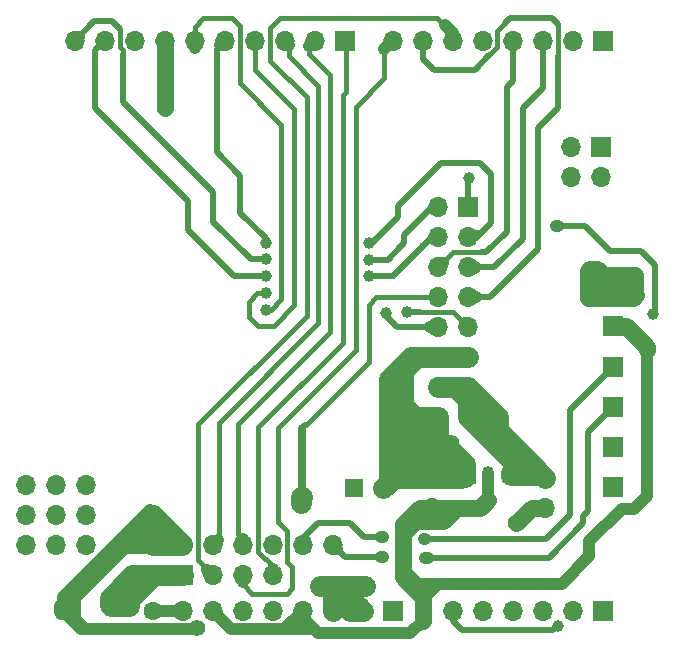
<source format=gbl>
%TF.GenerationSoftware,KiCad,Pcbnew,7.0.1*%
%TF.CreationDate,2023-06-16T17:14:34+02:00*%
%TF.ProjectId,Uno_shiefefefe - Copy,556e6f5f-7368-4696-9566-656665666520,rev?*%
%TF.SameCoordinates,Original*%
%TF.FileFunction,Copper,L2,Bot*%
%TF.FilePolarity,Positive*%
%FSLAX46Y46*%
G04 Gerber Fmt 4.6, Leading zero omitted, Abs format (unit mm)*
G04 Created by KiCad (PCBNEW 7.0.1) date 2023-06-16 17:14:34*
%MOMM*%
%LPD*%
G01*
G04 APERTURE LIST*
%TA.AperFunction,ComponentPad*%
%ADD10R,1.700000X1.700000*%
%TD*%
%TA.AperFunction,ComponentPad*%
%ADD11O,1.700000X1.700000*%
%TD*%
%TA.AperFunction,ComponentPad*%
%ADD12R,1.050000X1.500000*%
%TD*%
%TA.AperFunction,ComponentPad*%
%ADD13O,1.050000X1.500000*%
%TD*%
%TA.AperFunction,ComponentPad*%
%ADD14R,1.600000X1.600000*%
%TD*%
%TA.AperFunction,ComponentPad*%
%ADD15C,1.600000*%
%TD*%
%TA.AperFunction,ComponentPad*%
%ADD16O,1.600000X1.600000*%
%TD*%
%TA.AperFunction,ViaPad*%
%ADD17C,1.000000*%
%TD*%
%TA.AperFunction,ViaPad*%
%ADD18C,1.400000*%
%TD*%
%TA.AperFunction,Conductor*%
%ADD19C,0.500000*%
%TD*%
%TA.AperFunction,Conductor*%
%ADD20C,0.400000*%
%TD*%
%TA.AperFunction,Conductor*%
%ADD21C,1.000000*%
%TD*%
%TA.AperFunction,Conductor*%
%ADD22C,1.800000*%
%TD*%
%TA.AperFunction,Conductor*%
%ADD23C,1.400000*%
%TD*%
G04 APERTURE END LIST*
D10*
X156713000Y-123865000D03*
D11*
X154173000Y-123865000D03*
X151633000Y-123865000D03*
X149093000Y-123865000D03*
X146553000Y-123865000D03*
X144013000Y-123865000D03*
X141473000Y-123865000D03*
X138933000Y-123865000D03*
D10*
X174498000Y-123865000D03*
D11*
X171958000Y-123865000D03*
X169418000Y-123865000D03*
X166878000Y-123865000D03*
X164338000Y-123865000D03*
X161798000Y-123865000D03*
D10*
X174498000Y-75575000D03*
D11*
X171958000Y-75575000D03*
X169418000Y-75575000D03*
X166878000Y-75575000D03*
X164338000Y-75575000D03*
X161798000Y-75575000D03*
X159258000Y-75575000D03*
X156718000Y-75575000D03*
D10*
X152658000Y-75575000D03*
D11*
X150118000Y-75575000D03*
X147578000Y-75575000D03*
X145038000Y-75575000D03*
X142498000Y-75575000D03*
X139958000Y-75575000D03*
X137418000Y-75575000D03*
X134878000Y-75575000D03*
X132338000Y-75575000D03*
X129798000Y-75575000D03*
X136380000Y-115747500D03*
X163127500Y-107460000D03*
X160587500Y-107460000D03*
X136380000Y-120830000D03*
X136380000Y-118290000D03*
D10*
X163128000Y-89680000D03*
D11*
X160588000Y-92220000D03*
X160588000Y-89680000D03*
X163128000Y-92220000D03*
X160588000Y-94760000D03*
X163128000Y-94760000D03*
X163128000Y-97300000D03*
X160588000Y-99840000D03*
X163128000Y-99840000D03*
X160588000Y-102380000D03*
X163128000Y-102380000D03*
X160588000Y-104920000D03*
X163128000Y-104920000D03*
X160588000Y-97300000D03*
X160040000Y-115107500D03*
X160040000Y-112567500D03*
X130760000Y-118310000D03*
X130760000Y-115770000D03*
X130760000Y-113230000D03*
D12*
X163225000Y-112310000D03*
D13*
X164820000Y-112310000D03*
X166425000Y-112310000D03*
D14*
X153424888Y-113460000D03*
D15*
X155924888Y-113460000D03*
D11*
X148980000Y-114712500D03*
X169625000Y-115107500D03*
X169625000Y-112567500D03*
D10*
X174375000Y-84605000D03*
D11*
X174375000Y-87145000D03*
X171835000Y-84605000D03*
X171835000Y-87145000D03*
X128220000Y-118310000D03*
X125680000Y-118310000D03*
X128220000Y-115770000D03*
X125680000Y-115770000D03*
X128220000Y-113230000D03*
X125680000Y-113230000D03*
D10*
X175350000Y-96220000D03*
X175355000Y-99720000D03*
X175350000Y-103170000D03*
X175350000Y-106570000D03*
X175350000Y-109970000D03*
X175350000Y-113370000D03*
X138930000Y-120830000D03*
D11*
X138930000Y-118290000D03*
X141470000Y-120830000D03*
X141470000Y-118290000D03*
X144010000Y-120830000D03*
X144010000Y-118290000D03*
X146550000Y-120830000D03*
X146550000Y-118290000D03*
D15*
X136400000Y-123840000D03*
D16*
X128780000Y-123840000D03*
D11*
X149090000Y-118290000D03*
X151630000Y-118290000D03*
D17*
X145990000Y-94100000D03*
X154710000Y-94110000D03*
X154710000Y-95480000D03*
X145990000Y-95470000D03*
D18*
X152460000Y-121760000D03*
X156310000Y-110310000D03*
X150580000Y-121760000D03*
X156400000Y-106470000D03*
X137430000Y-81320000D03*
X177210000Y-95440000D03*
X157920000Y-112240000D03*
X177300000Y-97100000D03*
X154330000Y-121770000D03*
X167190000Y-116450000D03*
X173300000Y-96720000D03*
X134120000Y-121690000D03*
X156970000Y-103650000D03*
X161620000Y-109660000D03*
X134560000Y-123440000D03*
X158400000Y-109190000D03*
X132770000Y-123390000D03*
X173410000Y-94880000D03*
D17*
X156130000Y-98630000D03*
X145990000Y-98380000D03*
X154710000Y-92750000D03*
X145990000Y-92740000D03*
X157910000Y-98590000D03*
X145990000Y-96980000D03*
X159440000Y-119350000D03*
X155910000Y-119330000D03*
X155870000Y-117570000D03*
X159350000Y-117740000D03*
X170570000Y-91280000D03*
X170670000Y-125140000D03*
X163150000Y-87210000D03*
X178780000Y-98680000D03*
D18*
X140140000Y-125300000D03*
D19*
X132950000Y-73910000D02*
X131463000Y-73910000D01*
X133890000Y-80760000D02*
X133890000Y-76700000D01*
D20*
X133890000Y-76700000D02*
X133890000Y-77700000D01*
D21*
X160510000Y-89680000D02*
X160430000Y-89760000D01*
D20*
X160140000Y-89540000D02*
X160630000Y-89540000D01*
D19*
X144700000Y-94100000D02*
X141530000Y-90930000D01*
X156300000Y-94110000D02*
X154710000Y-94110000D01*
D20*
X133628000Y-76092767D02*
X133628000Y-74588000D01*
X160588000Y-89680000D02*
X160000000Y-89680000D01*
X133890000Y-76354767D02*
X133890000Y-76700000D01*
X133890000Y-77700000D02*
X133890000Y-80760000D01*
D19*
X130146500Y-75226500D02*
X130426500Y-74946500D01*
X133628000Y-74588000D02*
X132950000Y-73910000D01*
D21*
X160450000Y-89680000D02*
X160310000Y-89820000D01*
D19*
X141530000Y-90930000D02*
X141530000Y-88400000D01*
D21*
X160588000Y-89680000D02*
X160510000Y-89680000D01*
D20*
X131463000Y-73910000D02*
X130426500Y-74946500D01*
D19*
X157670000Y-92740000D02*
X157670000Y-92010000D01*
D20*
X157670000Y-92010000D02*
X160140000Y-89540000D01*
D19*
X157670000Y-92010000D02*
X160280000Y-89400000D01*
D20*
X133890000Y-77700000D02*
X133890000Y-78560000D01*
D19*
X160280000Y-89400000D02*
X160900000Y-89400000D01*
D20*
X133890000Y-76354767D02*
X133628000Y-76092767D01*
D21*
X160588000Y-89680000D02*
X160450000Y-89680000D01*
D19*
X157410000Y-93000000D02*
X157670000Y-92740000D01*
X141530000Y-88400000D02*
X133890000Y-80760000D01*
D21*
X129798000Y-75575000D02*
X130146500Y-75226500D01*
D19*
X157410000Y-93000000D02*
X156300000Y-94110000D01*
X131463000Y-73910000D02*
X129798000Y-75575000D01*
X145990000Y-94100000D02*
X144700000Y-94100000D01*
X131510000Y-81310000D02*
X131510000Y-76403000D01*
D21*
X160588000Y-92220000D02*
X160280000Y-92220000D01*
D20*
X155810000Y-95490000D02*
X156490000Y-95490000D01*
X159990000Y-92220000D02*
X160588000Y-92220000D01*
D19*
X139390000Y-89190000D02*
X131510000Y-81310000D01*
X131510000Y-76403000D02*
X132106500Y-75806500D01*
D20*
X154710000Y-95480000D02*
X156410000Y-95480000D01*
D19*
X145990000Y-95470000D02*
X143240000Y-95470000D01*
D20*
X159310000Y-92900000D02*
X159990000Y-92220000D01*
D19*
X156720000Y-95490000D02*
X154720000Y-95490000D01*
X158825000Y-93385000D02*
X160280000Y-91930000D01*
X139390000Y-91620000D02*
X139390000Y-89190000D01*
X159310000Y-92900000D02*
X158825000Y-93385000D01*
X154720000Y-95490000D02*
X154710000Y-95480000D01*
D21*
X160280000Y-92220000D02*
X160140000Y-92360000D01*
X132338000Y-75575000D02*
X132106500Y-75806500D01*
D19*
X143240000Y-95470000D02*
X139390000Y-91620000D01*
D20*
X155810000Y-95490000D02*
X156720000Y-95490000D01*
D19*
X158825000Y-93385000D02*
X156720000Y-95490000D01*
X160280000Y-91930000D02*
X160590000Y-91930000D01*
D22*
X160587500Y-107460000D02*
X160587500Y-108797388D01*
X132770000Y-123390000D02*
X132770000Y-122770000D01*
X158790000Y-108860000D02*
X158790000Y-109150000D01*
X134120000Y-121690000D02*
X133800000Y-121690000D01*
X160040000Y-112567500D02*
X158477444Y-111004944D01*
D23*
X176430000Y-96220000D02*
X177210000Y-95440000D01*
D22*
X154330000Y-121770000D02*
X150590000Y-121770000D01*
X160040000Y-112567500D02*
X162510000Y-112567500D01*
X161320000Y-109980000D02*
X160655000Y-110645000D01*
D23*
X173970000Y-95440000D02*
X173410000Y-94880000D01*
D22*
X161320000Y-109980000D02*
X161380000Y-109980000D01*
D23*
X132770000Y-123040000D02*
X134120000Y-121690000D01*
X177210000Y-97010000D02*
X177300000Y-97100000D01*
D22*
X132840000Y-123460000D02*
X134360000Y-123460000D01*
X156400000Y-106470000D02*
X158790000Y-108860000D01*
X158477444Y-110907444D02*
X155924888Y-113460000D01*
D23*
X177210000Y-95440000D02*
X177210000Y-97010000D01*
X132820000Y-123440000D02*
X132770000Y-123390000D01*
D22*
X157440000Y-103650000D02*
X156970000Y-103650000D01*
X158710000Y-102380000D02*
X157560000Y-103530000D01*
X156400000Y-112984888D02*
X155924888Y-113460000D01*
D23*
X173300000Y-96720000D02*
X174850000Y-96720000D01*
D22*
X160587500Y-110645000D02*
X160587500Y-107460000D01*
X156817388Y-112567500D02*
X160040000Y-112567500D01*
X151633000Y-122043000D02*
X151633000Y-123865000D01*
D23*
X174850000Y-96720000D02*
X175350000Y-96220000D01*
X137418000Y-75575000D02*
X137418000Y-81308000D01*
X134560000Y-123440000D02*
X132820000Y-123440000D01*
D22*
X150590000Y-121770000D02*
X150580000Y-121760000D01*
D23*
X168532500Y-115107500D02*
X167190000Y-116450000D01*
D22*
X161320000Y-109980000D02*
X160587500Y-109247500D01*
X158477444Y-111004944D02*
X158477444Y-110907444D01*
D23*
X173300000Y-96720000D02*
X173300000Y-94990000D01*
D21*
X154173000Y-123865000D02*
X154173000Y-123305000D01*
D22*
X158710000Y-102380000D02*
X157440000Y-103650000D01*
X160587500Y-109247500D02*
X160587500Y-107460000D01*
D23*
X177210000Y-95440000D02*
X173970000Y-95440000D01*
D22*
X157560000Y-103530000D02*
X157560000Y-106440000D01*
X154173000Y-123865000D02*
X153095000Y-123865000D01*
X160655000Y-110645000D02*
X160587500Y-110645000D01*
D23*
X177070000Y-97330000D02*
X173250000Y-97330000D01*
D22*
X160040000Y-108007500D02*
X160587500Y-107460000D01*
X132770000Y-122770000D02*
X134690000Y-120850000D01*
D23*
X134120000Y-121690000D02*
X135520000Y-121690000D01*
X173300000Y-94990000D02*
X173410000Y-94880000D01*
D22*
X158000000Y-111630000D02*
X158000000Y-108940000D01*
D23*
X174010000Y-94880000D02*
X175350000Y-96220000D01*
X173410000Y-94880000D02*
X173250000Y-95040000D01*
D22*
X138930000Y-120830000D02*
X136480000Y-120830000D01*
X161380000Y-109980000D02*
X162820000Y-111420000D01*
X157840000Y-107910000D02*
X157840000Y-108780000D01*
D23*
X137418000Y-81308000D02*
X137430000Y-81320000D01*
D22*
X160587500Y-108797388D02*
X158477444Y-110907444D01*
D23*
X173410000Y-94880000D02*
X174010000Y-94880000D01*
D22*
X156400000Y-106470000D02*
X156400000Y-112984888D01*
D21*
X162510000Y-112567500D02*
X162967500Y-112567500D01*
D22*
X156400000Y-106470000D02*
X156400000Y-109430000D01*
D23*
X133640000Y-123440000D02*
X132890000Y-122690000D01*
D22*
X159267500Y-108780000D02*
X160587500Y-107460000D01*
D23*
X135520000Y-121690000D02*
X136380000Y-120830000D01*
X173250000Y-97330000D02*
X173250000Y-95420000D01*
D22*
X158580000Y-107460000D02*
X160587500Y-107460000D01*
X138930000Y-120830000D02*
X134660000Y-120830000D01*
X158240000Y-102380000D02*
X156970000Y-103650000D01*
X160040000Y-112567500D02*
X160040000Y-108007500D01*
D23*
X175350000Y-96220000D02*
X174050000Y-96220000D01*
D21*
X162967500Y-112567500D02*
X163225000Y-112310000D01*
D23*
X177300000Y-97100000D02*
X177070000Y-97330000D01*
D22*
X157560000Y-106440000D02*
X158580000Y-107460000D01*
X152340000Y-122032000D02*
X154173000Y-123865000D01*
X158000000Y-108070000D02*
X158000000Y-111630000D01*
D23*
X174360000Y-96220000D02*
X173250000Y-97330000D01*
D22*
X158000000Y-108940000D02*
X157840000Y-108780000D01*
D23*
X175350000Y-96220000D02*
X176910000Y-96220000D01*
X173250000Y-95040000D02*
X173250000Y-97330000D01*
D22*
X163128000Y-102380000D02*
X160588000Y-102380000D01*
X157840000Y-108780000D02*
X159267500Y-108780000D01*
X156400000Y-104220000D02*
X156970000Y-103650000D01*
X151633000Y-122403000D02*
X151633000Y-123865000D01*
D23*
X169625000Y-115107500D02*
X168532500Y-115107500D01*
D22*
X157754888Y-111630000D02*
X155924888Y-113460000D01*
X162510000Y-112567500D02*
X160587500Y-110645000D01*
X132770000Y-123390000D02*
X132840000Y-123460000D01*
X158000000Y-111630000D02*
X157754888Y-111630000D01*
D23*
X175350000Y-96220000D02*
X177130000Y-96220000D01*
X175350000Y-96220000D02*
X174360000Y-96220000D01*
D22*
X156400000Y-106470000D02*
X157840000Y-107910000D01*
X136480000Y-120830000D02*
X133870000Y-123440000D01*
D21*
X138930000Y-120830000D02*
X137940000Y-120830000D01*
D23*
X132770000Y-123390000D02*
X132770000Y-123040000D01*
D22*
X162820000Y-111420000D02*
X162820000Y-112530000D01*
X156400000Y-106470000D02*
X156400000Y-104220000D01*
X156400000Y-109430000D02*
X156550000Y-109580000D01*
X134660000Y-120830000D02*
X133800000Y-121690000D01*
X160588000Y-102380000D02*
X158710000Y-102380000D01*
D23*
X175350000Y-96220000D02*
X176430000Y-96220000D01*
D22*
X155924888Y-113460000D02*
X156817388Y-112567500D01*
D23*
X133640000Y-123440000D02*
X133870000Y-123440000D01*
D22*
X156400000Y-106470000D02*
X158000000Y-108070000D01*
X160588000Y-102380000D02*
X158240000Y-102380000D01*
D21*
X139958000Y-75575000D02*
X139958000Y-76190000D01*
D19*
X156130000Y-98900000D02*
X156130000Y-98630000D01*
D20*
X139958000Y-75575000D02*
X139958000Y-74402000D01*
X139958000Y-74402000D02*
X140660000Y-73700000D01*
X143748000Y-79138000D02*
X147300000Y-82690000D01*
D19*
X160588000Y-99840000D02*
X157070000Y-99840000D01*
D20*
X140660000Y-73700000D02*
X143090000Y-73700000D01*
X147300000Y-97470000D02*
X146390000Y-98380000D01*
X143090000Y-73700000D02*
X143748000Y-74358000D01*
D19*
X157070000Y-99840000D02*
X156130000Y-98900000D01*
D20*
X143748000Y-74358000D02*
X143748000Y-79138000D01*
X147300000Y-82690000D02*
X147300000Y-97470000D01*
X146390000Y-98380000D02*
X145990000Y-98380000D01*
D21*
X160588000Y-99840000D02*
X159880000Y-99840000D01*
D20*
X141770000Y-83900000D02*
X141770000Y-76303000D01*
D21*
X163390000Y-92220000D02*
X163550000Y-92060000D01*
D19*
X143830000Y-87050000D02*
X141800000Y-85020000D01*
D20*
X141770000Y-84290000D02*
X141770000Y-83900000D01*
D19*
X163820000Y-92220000D02*
X163440000Y-92220000D01*
X145990000Y-92740000D02*
X145990000Y-92320000D01*
X154710000Y-92750000D02*
X154970000Y-92750000D01*
X143830000Y-90160000D02*
X143830000Y-87050000D01*
X163468000Y-91880000D02*
X163128000Y-92220000D01*
X164150000Y-85960000D02*
X165040000Y-86850000D01*
X157200000Y-89590000D02*
X160830000Y-85960000D01*
X157200000Y-90520000D02*
X157200000Y-89590000D01*
X160830000Y-85960000D02*
X164150000Y-85960000D01*
D21*
X142498000Y-75575000D02*
X142131500Y-75941500D01*
D20*
X163128000Y-92220000D02*
X163730000Y-92220000D01*
D19*
X164160000Y-91880000D02*
X163820000Y-92220000D01*
X141800000Y-85020000D02*
X141800000Y-76273000D01*
X163610000Y-92340000D02*
X163010000Y-92340000D01*
D21*
X163128000Y-92220000D02*
X163390000Y-92220000D01*
D19*
X154970000Y-92750000D02*
X157200000Y-90520000D01*
D20*
X141770000Y-76303000D02*
X142131500Y-75941500D01*
D19*
X141800000Y-76273000D02*
X142131500Y-75941500D01*
X165040000Y-86850000D02*
X165040000Y-91000000D01*
X165040000Y-91000000D02*
X164160000Y-91880000D01*
X145990000Y-92320000D02*
X143830000Y-90160000D01*
D21*
X163440000Y-92220000D02*
X163580000Y-92080000D01*
D19*
X163440000Y-92220000D02*
X163128000Y-92220000D01*
X164160000Y-91880000D02*
X163468000Y-91880000D01*
D20*
X148370000Y-81380000D02*
X148370000Y-97980000D01*
D21*
X163128000Y-99818000D02*
X162830000Y-99520000D01*
D20*
X158180000Y-98570000D02*
X158160000Y-98590000D01*
D21*
X163128000Y-99840000D02*
X163128000Y-99818000D01*
D20*
X148370000Y-97980000D02*
X146650000Y-99700000D01*
X145038000Y-75575000D02*
X145038000Y-78068000D01*
D19*
X157910000Y-98590000D02*
X159030000Y-98590000D01*
D20*
X145660000Y-78690000D02*
X145680000Y-78690000D01*
D19*
X157910000Y-98590000D02*
X157740000Y-98590000D01*
D20*
X158160000Y-98590000D02*
X157740000Y-98590000D01*
X159030000Y-98590000D02*
X158160000Y-98590000D01*
X145038000Y-78068000D02*
X145660000Y-78690000D01*
X161858000Y-98570000D02*
X158180000Y-98570000D01*
X145300000Y-99700000D02*
X144570000Y-98970000D01*
X145260000Y-96980000D02*
X145990000Y-96980000D01*
X159050000Y-98570000D02*
X159030000Y-98590000D01*
X144570000Y-98970000D02*
X144570000Y-97670000D01*
D21*
X145038000Y-75575000D02*
X145038000Y-75588000D01*
D20*
X145680000Y-78690000D02*
X148370000Y-81380000D01*
X144570000Y-97670000D02*
X145260000Y-96980000D01*
X163128000Y-99840000D02*
X161858000Y-98570000D01*
D21*
X145038000Y-75588000D02*
X145060000Y-75610000D01*
D20*
X146650000Y-99700000D02*
X145300000Y-99700000D01*
X141990000Y-117770000D02*
X141990000Y-107930000D01*
D21*
X141470000Y-118290000D02*
X141890000Y-117870000D01*
D20*
X141890000Y-117870000D02*
X141990000Y-117770000D01*
X150420000Y-99500000D02*
X150420000Y-79380000D01*
X150420000Y-79380000D02*
X147921500Y-76881500D01*
D21*
X147578000Y-75575000D02*
X147921500Y-75918500D01*
D20*
X141990000Y-107930000D02*
X150420000Y-99500000D01*
X147921500Y-76881500D02*
X147921500Y-75918500D01*
D22*
X166770000Y-112310000D02*
X166760000Y-112300000D01*
X163128000Y-106160000D02*
X163128000Y-106041499D01*
X167110000Y-112310000D02*
X168261264Y-112310000D01*
X165638750Y-107430750D02*
X163128000Y-104920000D01*
X163128000Y-107459500D02*
X163127500Y-107460000D01*
X169367500Y-112310000D02*
X169625000Y-112567500D01*
D21*
X166425000Y-112310000D02*
X167110000Y-112310000D01*
D22*
X167977500Y-112310000D02*
X163127500Y-107460000D01*
X165549250Y-108581250D02*
X163128000Y-106160000D01*
X165638750Y-108581250D02*
X165638750Y-107430750D01*
X163128000Y-104920000D02*
X163128000Y-106160000D01*
X168261264Y-112310000D02*
X169367500Y-112310000D01*
X168261264Y-112310000D02*
X167977500Y-112310000D01*
X160588000Y-104920000D02*
X162006501Y-104920000D01*
X163128000Y-106041499D02*
X162006501Y-104920000D01*
X163128000Y-106160000D02*
X163128000Y-107459500D01*
X165638750Y-108581250D02*
X169625000Y-112567500D01*
X162006501Y-104920000D02*
X163128000Y-104920000D01*
X165638750Y-108581250D02*
X165549250Y-108581250D01*
X167110000Y-112310000D02*
X166770000Y-112310000D01*
D20*
X149420000Y-80370000D02*
X149420000Y-98870000D01*
D21*
X141470000Y-120830000D02*
X141025000Y-120385000D01*
D20*
X146328000Y-74482000D02*
X146328000Y-77278000D01*
D21*
X161798000Y-75575000D02*
X161798000Y-74938000D01*
D20*
X147170000Y-73640000D02*
X146328000Y-74482000D01*
X160500000Y-73640000D02*
X147170000Y-73640000D01*
X146328000Y-77278000D02*
X149420000Y-80370000D01*
X140220000Y-108070000D02*
X140220000Y-119580000D01*
D21*
X161798000Y-74938000D02*
X161115000Y-74255000D01*
D20*
X140220000Y-119580000D02*
X141025000Y-120385000D01*
X149420000Y-98870000D02*
X140220000Y-108070000D01*
X161115000Y-74255000D02*
X160500000Y-73640000D01*
X153570000Y-81170000D02*
X155991500Y-78748500D01*
X147000000Y-108370000D02*
X153570000Y-101800000D01*
X148210000Y-121940000D02*
X148210000Y-120110000D01*
X148210000Y-120110000D02*
X147800000Y-119700000D01*
X147800000Y-117090000D02*
X147000000Y-116290000D01*
X153570000Y-101800000D02*
X153570000Y-81170000D01*
X144010000Y-121590000D02*
X144820000Y-122400000D01*
X147000000Y-116290000D02*
X147000000Y-108370000D01*
D21*
X144010000Y-120830000D02*
X144010000Y-121370000D01*
D20*
X144820000Y-122400000D02*
X147750000Y-122400000D01*
X147800000Y-119700000D02*
X147800000Y-117090000D01*
D21*
X156718000Y-75575000D02*
X155991500Y-76301500D01*
D20*
X155991500Y-78748500D02*
X155991500Y-76301500D01*
X144010000Y-121370000D02*
X144010000Y-121590000D01*
X147750000Y-122400000D02*
X148210000Y-121940000D01*
X151430000Y-100230000D02*
X143640000Y-108020000D01*
X149656500Y-76676500D02*
X151430000Y-78450000D01*
X149656500Y-76036500D02*
X149656500Y-76676500D01*
D21*
X144080000Y-118220000D02*
X144080000Y-117760000D01*
X144010000Y-118290000D02*
X144080000Y-118220000D01*
D20*
X151430000Y-78450000D02*
X151430000Y-100230000D01*
X143640000Y-108020000D02*
X143640000Y-117320000D01*
X143640000Y-117320000D02*
X144080000Y-117760000D01*
D21*
X150118000Y-75575000D02*
X149656500Y-76036500D01*
D20*
X146550000Y-120090000D02*
X145300000Y-118840000D01*
X152800000Y-79890000D02*
X152800000Y-75717000D01*
X146550000Y-120320000D02*
X146550000Y-120090000D01*
X152480000Y-80210000D02*
X152800000Y-79890000D01*
D21*
X152665000Y-75575000D02*
X152770000Y-75680000D01*
D20*
X145300000Y-108328000D02*
X152480000Y-101148000D01*
X145300000Y-118840000D02*
X145300000Y-108328000D01*
X146550000Y-120830000D02*
X146570000Y-120830000D01*
D21*
X146550000Y-120830000D02*
X146550000Y-120320000D01*
D20*
X152800000Y-75717000D02*
X152658000Y-75575000D01*
D21*
X152658000Y-75575000D02*
X152665000Y-75575000D01*
D20*
X152480000Y-101148000D02*
X152480000Y-80210000D01*
D19*
X169050000Y-93200000D02*
X169050000Y-82980000D01*
D20*
X165588000Y-74722000D02*
X165588000Y-76092767D01*
D19*
X170220000Y-73690000D02*
X166620000Y-73690000D01*
X169050000Y-82980000D02*
X170710000Y-81320000D01*
D20*
X170710000Y-75055233D02*
X170710000Y-74180000D01*
D19*
X159258000Y-77108000D02*
X159258000Y-75575000D01*
D21*
X159258000Y-75618000D02*
X159280000Y-75640000D01*
D19*
X164860384Y-76820384D02*
X163650768Y-78030000D01*
D21*
X163128000Y-97300000D02*
X163750000Y-97300000D01*
D19*
X170710000Y-81320000D02*
X170710000Y-76910000D01*
X166620000Y-73690000D02*
X166245000Y-74065000D01*
X170710000Y-74180000D02*
X170220000Y-73690000D01*
X160180000Y-78030000D02*
X159258000Y-77108000D01*
D20*
X170708000Y-75057233D02*
X170710000Y-75055233D01*
X165588000Y-76092767D02*
X164860384Y-76820384D01*
X170710000Y-76094767D02*
X170708000Y-76092767D01*
D19*
X163650767Y-78030000D02*
X160180000Y-78030000D01*
D21*
X163750000Y-97300000D02*
X163770000Y-97280000D01*
D20*
X170710000Y-76910000D02*
X170710000Y-76094767D01*
D21*
X159258000Y-75575000D02*
X159258000Y-75618000D01*
D20*
X166245000Y-74065000D02*
X165588000Y-74722000D01*
X170708000Y-76092767D02*
X170708000Y-75057233D01*
D19*
X164950000Y-97300000D02*
X169050000Y-93200000D01*
X163650768Y-78030000D02*
X163650767Y-78030000D01*
X163128000Y-97300000D02*
X164950000Y-97300000D01*
X166400000Y-79460000D02*
X166400000Y-91760000D01*
D21*
X160588000Y-94760000D02*
X160610000Y-94760000D01*
D20*
X164200000Y-93510000D02*
X161838000Y-93510000D01*
D19*
X166400000Y-91760000D02*
X164650000Y-93510000D01*
D21*
X166878000Y-75575000D02*
X166878000Y-76032000D01*
D19*
X164650000Y-93510000D02*
X164200000Y-93510000D01*
D21*
X166835000Y-75575000D02*
X166810000Y-75600000D01*
D20*
X161838000Y-93510000D02*
X160588000Y-94760000D01*
D19*
X166878000Y-75575000D02*
X166878000Y-78982000D01*
X166878000Y-78982000D02*
X166400000Y-79460000D01*
D21*
X166878000Y-75575000D02*
X166835000Y-75575000D01*
X160610000Y-94760000D02*
X160950000Y-94420000D01*
X166878000Y-76032000D02*
X166870000Y-76040000D01*
D19*
X167740000Y-81260000D02*
X169418000Y-79582000D01*
D21*
X163128000Y-94760000D02*
X163660000Y-94760000D01*
X169418000Y-75748000D02*
X169420000Y-75750000D01*
X163660000Y-94760000D02*
X163690000Y-94790000D01*
D19*
X163128000Y-94760000D02*
X165310000Y-94760000D01*
D21*
X169418000Y-75575000D02*
X169418000Y-75748000D01*
D19*
X167740000Y-92330000D02*
X167740000Y-81260000D01*
X165310000Y-94760000D02*
X167740000Y-92330000D01*
X169418000Y-79582000D02*
X169418000Y-75575000D01*
D23*
X161920000Y-115107500D02*
X164142500Y-115107500D01*
X160040000Y-115107500D02*
X161920000Y-115107500D01*
X157580000Y-116540000D02*
X157580000Y-117300000D01*
D21*
X178270000Y-101770000D02*
X178270000Y-114090000D01*
D23*
X160990000Y-116220000D02*
X159060000Y-116220000D01*
X178230000Y-101520000D02*
X176430000Y-99720000D01*
D21*
X161640000Y-121550000D02*
X160580000Y-121550000D01*
D23*
X161920000Y-115290000D02*
X160990000Y-116220000D01*
X176430000Y-99720000D02*
X175355000Y-99720000D01*
D21*
X178270000Y-114090000D02*
X177130000Y-115230000D01*
X176090000Y-115230000D02*
X173360000Y-117960000D01*
X141473000Y-123873000D02*
X143015000Y-125415000D01*
X160580000Y-121550000D02*
X159270000Y-122860000D01*
D23*
X159270000Y-122860000D02*
X159270000Y-124710000D01*
X178230000Y-101730000D02*
X178230000Y-101520000D01*
D21*
X147543000Y-125415000D02*
X148208000Y-124750000D01*
D23*
X160040000Y-115107500D02*
X159012500Y-115107500D01*
D21*
X158870000Y-121550000D02*
X157780000Y-120460000D01*
D23*
X164142500Y-115107500D02*
X164820000Y-114430000D01*
D21*
X147543000Y-125415000D02*
X149093000Y-123865000D01*
X141473000Y-123865000D02*
X141473000Y-123873000D01*
D23*
X157580000Y-117300000D02*
X157580000Y-120960000D01*
X160040000Y-115107500D02*
X160040000Y-115590000D01*
D21*
X150075000Y-125415000D02*
X149093000Y-124433000D01*
D23*
X158660000Y-116220000D02*
X157580000Y-117300000D01*
D21*
X173360000Y-119230000D02*
X171040000Y-121550000D01*
X177130000Y-115230000D02*
X176090000Y-115230000D01*
X162410000Y-121550000D02*
X161640000Y-121550000D01*
X164820000Y-112310000D02*
X164820000Y-114430000D01*
X148208000Y-124750000D02*
X149410000Y-124750000D01*
D23*
X159012500Y-115107500D02*
X157580000Y-116540000D01*
D21*
X150075000Y-125415000D02*
X147543000Y-125415000D01*
X149093000Y-124433000D02*
X149410000Y-124750000D01*
X162410000Y-121550000D02*
X158870000Y-121550000D01*
D23*
X159060000Y-116220000D02*
X158660000Y-116220000D01*
D21*
X158210702Y-125769298D02*
X150997304Y-125769298D01*
D23*
X157580000Y-120960000D02*
X159270000Y-122650000D01*
D21*
X149093000Y-123865000D02*
X149093000Y-124433000D01*
D23*
X159060000Y-116220000D02*
X157900000Y-116220000D01*
D21*
X178230000Y-101730000D02*
X178270000Y-101770000D01*
X150428790Y-125768790D02*
X150075000Y-125415000D01*
X143015000Y-125415000D02*
X147543000Y-125415000D01*
D23*
X161920000Y-115107500D02*
X161920000Y-115290000D01*
D21*
X171040000Y-121550000D02*
X162410000Y-121550000D01*
X159270000Y-124710000D02*
X158210702Y-125769298D01*
D23*
X159253000Y-124693000D02*
X159270000Y-124710000D01*
X157900000Y-116220000D02*
X157580000Y-116540000D01*
D21*
X149410000Y-124750000D02*
X150428790Y-125768790D01*
X150997304Y-125769298D02*
X150428790Y-125768790D01*
X173360000Y-117960000D02*
X173360000Y-119230000D01*
D23*
X159270000Y-122650000D02*
X159270000Y-122860000D01*
D19*
X169930000Y-119350000D02*
X172830000Y-116450000D01*
D21*
X151630000Y-118290000D02*
X151990000Y-118650000D01*
D19*
X172830000Y-115820000D02*
X173230000Y-115420000D01*
X159440000Y-119350000D02*
X169930000Y-119350000D01*
D21*
X175350000Y-106590000D02*
X175110000Y-106830000D01*
X159680000Y-119350000D02*
X159690000Y-119360000D01*
D19*
X173230000Y-108690000D02*
X175350000Y-106570000D01*
X172830000Y-116450000D02*
X172830000Y-115820000D01*
X152670000Y-119330000D02*
X151990000Y-118650000D01*
X173230000Y-115420000D02*
X173230000Y-108690000D01*
D21*
X175350000Y-106570000D02*
X175350000Y-106590000D01*
D19*
X155910000Y-119330000D02*
X152670000Y-119330000D01*
D21*
X159440000Y-119350000D02*
X159680000Y-119350000D01*
X155910000Y-119330000D02*
X155700000Y-119330000D01*
D19*
X154250000Y-117570000D02*
X155870000Y-117570000D01*
D21*
X149090000Y-118290000D02*
X149090000Y-118000000D01*
D19*
X149090000Y-118000000D02*
X149090000Y-117710000D01*
D21*
X175350000Y-103210000D02*
X175130000Y-103430000D01*
D19*
X150420000Y-116380000D02*
X153060000Y-116380000D01*
D21*
X175350000Y-103170000D02*
X175350000Y-103210000D01*
D19*
X155690000Y-117390000D02*
X155870000Y-117570000D01*
X153060000Y-116380000D02*
X154250000Y-117570000D01*
X159350000Y-117740000D02*
X169730000Y-117740000D01*
D21*
X155870000Y-117570000D02*
X155730000Y-117570000D01*
D19*
X169730000Y-117740000D02*
X171710000Y-115760000D01*
X149090000Y-117710000D02*
X150420000Y-116380000D01*
X171710000Y-106810000D02*
X175350000Y-103170000D01*
X171710000Y-115760000D02*
X171710000Y-106810000D01*
D21*
X159370000Y-117760000D02*
X159470000Y-117760000D01*
X159350000Y-117740000D02*
X159370000Y-117760000D01*
D19*
X178910000Y-98550000D02*
X178780000Y-98680000D01*
D21*
X161798000Y-123865000D02*
X161798000Y-124048000D01*
X170570000Y-91280000D02*
X170710000Y-91280000D01*
D19*
X170670000Y-125140000D02*
X170330000Y-125480000D01*
X170710000Y-91280000D02*
X172980000Y-91280000D01*
X167470000Y-125480000D02*
X169430000Y-125480000D01*
D21*
X161798000Y-124048000D02*
X161810000Y-124060000D01*
D19*
X177740000Y-93420000D02*
X178910000Y-94590000D01*
D21*
X163128000Y-89680000D02*
X163128000Y-89462000D01*
D19*
X162570000Y-125480000D02*
X167470000Y-125480000D01*
D21*
X163220000Y-89680000D02*
X163320000Y-89580000D01*
D19*
X178910000Y-94590000D02*
X178910000Y-98550000D01*
X172980000Y-91280000D02*
X175120000Y-93420000D01*
X161798000Y-123865000D02*
X161798000Y-124708000D01*
D21*
X163128000Y-89462000D02*
X163150000Y-89440000D01*
D19*
X163128000Y-89680000D02*
X163128000Y-87232000D01*
X175120000Y-93420000D02*
X177740000Y-93420000D01*
X170320000Y-91280000D02*
X170710000Y-91280000D01*
X161798000Y-124708000D02*
X162570000Y-125480000D01*
X170330000Y-125480000D02*
X167470000Y-125480000D01*
X163128000Y-87232000D02*
X163150000Y-87210000D01*
D21*
X163220000Y-89680000D02*
X163128000Y-89680000D01*
D20*
X155320000Y-97300000D02*
X154670000Y-97950000D01*
X149160000Y-108210000D02*
X149160000Y-111750000D01*
D21*
X138933000Y-123865000D02*
X136425000Y-123865000D01*
D20*
X149160000Y-112300000D02*
X148980000Y-112480000D01*
D19*
X149160000Y-114710000D02*
X149050000Y-114820000D01*
D20*
X160588000Y-97300000D02*
X155320000Y-97300000D01*
X149285000Y-108085000D02*
X149160000Y-108210000D01*
D21*
X160588000Y-97300000D02*
X160200000Y-97300000D01*
D20*
X154670000Y-102750000D02*
X149335000Y-108085000D01*
D21*
X148980000Y-113870000D02*
X149010000Y-113840000D01*
D19*
X149160000Y-112300000D02*
X149160000Y-114710000D01*
D20*
X154670000Y-97950000D02*
X154670000Y-102750000D01*
X149160000Y-111750000D02*
X149160000Y-112300000D01*
D22*
X148980000Y-114712500D02*
X148980000Y-114230000D01*
D21*
X148980000Y-114712500D02*
X148980000Y-113870000D01*
D22*
X148980000Y-114230000D02*
X149030000Y-114180000D01*
D19*
X148980000Y-108390000D02*
X149285000Y-108085000D01*
X149160000Y-114780000D02*
X149270000Y-114890000D01*
D20*
X148980000Y-112480000D02*
X148980000Y-114712500D01*
X149160000Y-112300000D02*
X149160000Y-112660000D01*
X149335000Y-108085000D02*
X149285000Y-108085000D01*
D21*
X136425000Y-123865000D02*
X136400000Y-123840000D01*
D19*
X148980000Y-114712500D02*
X148980000Y-108390000D01*
D21*
X128780000Y-123840000D02*
X129830000Y-124890000D01*
X130360000Y-125420000D02*
X128780000Y-123840000D01*
D23*
X136380000Y-118290000D02*
X133837500Y-118290000D01*
D21*
X140100000Y-125420000D02*
X140220000Y-125300000D01*
X131350000Y-125420000D02*
X130360000Y-125420000D01*
D23*
X135148750Y-117058750D02*
X135148750Y-116978750D01*
X128780000Y-123840000D02*
X129020000Y-123840000D01*
X135148750Y-116978750D02*
X134538750Y-117588750D01*
X134538750Y-117588750D02*
X128700000Y-123427500D01*
X134538750Y-117588750D02*
X133658750Y-118468750D01*
X136380000Y-118290000D02*
X136380000Y-115747500D01*
D21*
X128780000Y-123840000D02*
X128780000Y-122690000D01*
D23*
X133837500Y-118290000D02*
X133658750Y-118468750D01*
X136380000Y-115747500D02*
X135148750Y-116978750D01*
D22*
X136380000Y-115747500D02*
X138840000Y-118207500D01*
D23*
X136380000Y-118290000D02*
X135148750Y-117058750D01*
X138930000Y-118290000D02*
X138922500Y-118290000D01*
X138922500Y-118290000D02*
X136380000Y-115747500D01*
D21*
X130690000Y-125420000D02*
X129810000Y-124540000D01*
D22*
X138710000Y-118290000D02*
X138770000Y-118230000D01*
D21*
X129830000Y-124890000D02*
X129830000Y-122710000D01*
D23*
X138930000Y-118290000D02*
X136380000Y-118290000D01*
D22*
X136380000Y-118290000D02*
X138710000Y-118290000D01*
D21*
X128780000Y-122690000D02*
X136130000Y-115340000D01*
D23*
X128700000Y-123427500D02*
X128700000Y-123820000D01*
D21*
X131350000Y-125420000D02*
X130690000Y-125420000D01*
X131350000Y-125420000D02*
X140020000Y-125420000D01*
D23*
X129893750Y-122233750D02*
X128700000Y-123427500D01*
D21*
X131350000Y-125420000D02*
X140100000Y-125420000D01*
D22*
X138840000Y-118207500D02*
X138840000Y-118240000D01*
D21*
X140020000Y-125420000D02*
X140140000Y-125300000D01*
M02*

</source>
